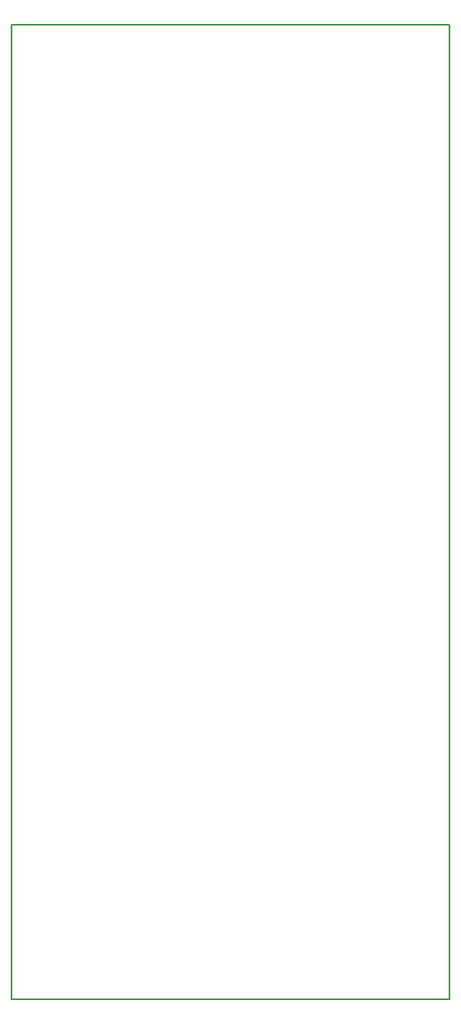
<source format=gbr>
G04 #@! TF.GenerationSoftware,KiCad,Pcbnew,5.0.1*
G04 #@! TF.CreationDate,2018-10-22T16:16:30+01:00*
G04 #@! TF.ProjectId,quiz-sch,7175697A2D7363682E6B696361645F70,rev?*
G04 #@! TF.SameCoordinates,Original*
G04 #@! TF.FileFunction,Profile,NP*
%FSLAX46Y46*%
G04 Gerber Fmt 4.6, Leading zero omitted, Abs format (unit mm)*
G04 Created by KiCad (PCBNEW 5.0.1) date Mon 22 Oct 2018 16:16:30 BST*
%MOMM*%
%LPD*%
G01*
G04 APERTURE LIST*
%ADD10C,0.150000*%
G04 APERTURE END LIST*
D10*
X50000000Y-150000000D02*
X50000000Y-50000000D01*
X95000000Y-150000000D02*
X50000000Y-150000000D01*
X95000000Y-50000000D02*
X95000000Y-150000000D01*
X50000000Y-50000000D02*
X95000000Y-50000000D01*
M02*

</source>
